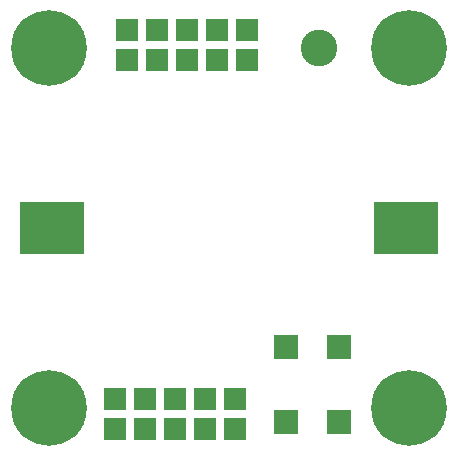
<source format=gbr>
G04 #@! TF.FileFunction,Soldermask,Top*
%FSLAX46Y46*%
G04 Gerber Fmt 4.6, Leading zero omitted, Abs format (unit mm)*
G04 Created by KiCad (PCBNEW (2016-09-17 revision 679eef1)-makepkg) date 09/22/16 14:05:48*
%MOMM*%
%LPD*%
G01*
G04 APERTURE LIST*
%ADD10C,0.500000*%
%ADD11R,5.400000X4.400000*%
%ADD12C,3.100000*%
%ADD13R,1.924000X1.924000*%
%ADD14C,6.400000*%
%ADD15R,2.076400X2.076400*%
G04 APERTURE END LIST*
D10*
D11*
X35320000Y20320000D03*
X5320000Y20320000D03*
D12*
X27940000Y35560000D03*
D13*
X11684000Y34544000D03*
X11684000Y37084000D03*
X14224000Y34544000D03*
X14224000Y37084000D03*
X16764000Y34544000D03*
X16764000Y37084000D03*
X19304000Y34544000D03*
X19304000Y37084000D03*
X21844000Y34544000D03*
X21844000Y37084000D03*
X18288000Y5842000D03*
X18288000Y3302000D03*
X15748000Y5842000D03*
X15748000Y3302000D03*
X13208000Y5842000D03*
X13208000Y3302000D03*
X20828000Y5842000D03*
X20828000Y3302000D03*
D14*
X5080000Y5080000D03*
X5080000Y35560000D03*
X35560000Y35560000D03*
X35560000Y5080000D03*
D15*
X29682000Y3962000D03*
X25182000Y3962000D03*
X29682000Y10262000D03*
X25182000Y10262000D03*
D13*
X10668000Y5842000D03*
X10668000Y3302000D03*
M02*

</source>
